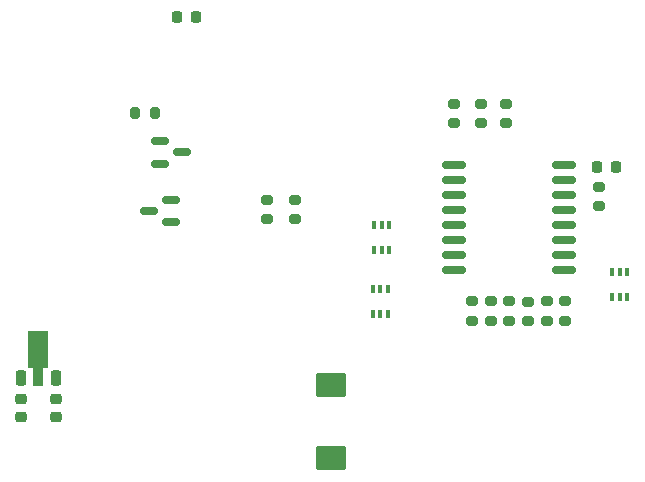
<source format=gbr>
%TF.GenerationSoftware,KiCad,Pcbnew,9.0.6*%
%TF.CreationDate,2025-12-26T20:18:53+00:00*%
%TF.ProjectId,PIDI-BOX-01-IO-6-CTRL74-A1,50494449-2d42-44f5-982d-30312d494f2d,rev?*%
%TF.SameCoordinates,Original*%
%TF.FileFunction,Paste,Top*%
%TF.FilePolarity,Positive*%
%FSLAX46Y46*%
G04 Gerber Fmt 4.6, Leading zero omitted, Abs format (unit mm)*
G04 Created by KiCad (PCBNEW 9.0.6) date 2025-12-26 20:18:53*
%MOMM*%
%LPD*%
G01*
G04 APERTURE LIST*
G04 Aperture macros list*
%AMRoundRect*
0 Rectangle with rounded corners*
0 $1 Rounding radius*
0 $2 $3 $4 $5 $6 $7 $8 $9 X,Y pos of 4 corners*
0 Add a 4 corners polygon primitive as box body*
4,1,4,$2,$3,$4,$5,$6,$7,$8,$9,$2,$3,0*
0 Add four circle primitives for the rounded corners*
1,1,$1+$1,$2,$3*
1,1,$1+$1,$4,$5*
1,1,$1+$1,$6,$7*
1,1,$1+$1,$8,$9*
0 Add four rect primitives between the rounded corners*
20,1,$1+$1,$2,$3,$4,$5,0*
20,1,$1+$1,$4,$5,$6,$7,0*
20,1,$1+$1,$6,$7,$8,$9,0*
20,1,$1+$1,$8,$9,$2,$3,0*%
%AMFreePoly0*
4,1,9,3.862500,-0.866500,0.737500,-0.866500,0.737500,-0.450000,-0.737500,-0.450000,-0.737500,0.450000,0.737500,0.450000,0.737500,0.866500,3.862500,0.866500,3.862500,-0.866500,3.862500,-0.866500,$1*%
G04 Aperture macros list end*
%ADD10RoundRect,0.200000X-0.275000X0.200000X-0.275000X-0.200000X0.275000X-0.200000X0.275000X0.200000X0*%
%ADD11RoundRect,0.200000X0.275000X-0.200000X0.275000X0.200000X-0.275000X0.200000X-0.275000X-0.200000X0*%
%ADD12RoundRect,0.150000X-0.587500X-0.150000X0.587500X-0.150000X0.587500X0.150000X-0.587500X0.150000X0*%
%ADD13RoundRect,0.150000X0.587500X0.150000X-0.587500X0.150000X-0.587500X-0.150000X0.587500X-0.150000X0*%
%ADD14RoundRect,0.225000X-0.225000X-0.250000X0.225000X-0.250000X0.225000X0.250000X-0.225000X0.250000X0*%
%ADD15RoundRect,0.225000X0.225000X-0.425000X0.225000X0.425000X-0.225000X0.425000X-0.225000X-0.425000X0*%
%ADD16FreePoly0,90.000000*%
%ADD17RoundRect,0.225000X-0.250000X0.225000X-0.250000X-0.225000X0.250000X-0.225000X0.250000X0.225000X0*%
%ADD18RoundRect,0.200000X-0.200000X-0.275000X0.200000X-0.275000X0.200000X0.275000X-0.200000X0.275000X0*%
%ADD19R,0.355600X0.787400*%
%ADD20RoundRect,0.218750X-0.218750X-0.256250X0.218750X-0.256250X0.218750X0.256250X-0.218750X0.256250X0*%
%ADD21RoundRect,0.250000X-1.045000X0.785000X-1.045000X-0.785000X1.045000X-0.785000X1.045000X0.785000X0*%
%ADD22RoundRect,0.150000X-0.875000X-0.150000X0.875000X-0.150000X0.875000X0.150000X-0.875000X0.150000X0*%
G04 APERTURE END LIST*
D10*
%TO.C,R12*%
X155905200Y-98946200D03*
X155905200Y-100596200D03*
%TD*%
D11*
%TO.C,R11*%
X151485600Y-110299000D03*
X151485600Y-108649000D03*
%TD*%
D10*
%TO.C,R1*%
X130149600Y-100038400D03*
X130149600Y-101688400D03*
%TD*%
%TO.C,R4*%
X145897600Y-91923600D03*
X145897600Y-93573600D03*
%TD*%
%TO.C,R2*%
X127800000Y-100025000D03*
X127800000Y-101675000D03*
%TD*%
D12*
%TO.C,U1*%
X118747300Y-95087400D03*
X118747300Y-96987400D03*
X120622300Y-96037400D03*
%TD*%
D13*
%TO.C,U2*%
X119687500Y-101950000D03*
X119687500Y-100050000D03*
X117812500Y-101000000D03*
%TD*%
D10*
%TO.C,R3*%
X143611600Y-91923600D03*
X143611600Y-93573600D03*
%TD*%
D14*
%TO.C,C1*%
X155790600Y-97231200D03*
X157340600Y-97231200D03*
%TD*%
D11*
%TO.C,R7*%
X148336000Y-110299000D03*
X148336000Y-108649000D03*
%TD*%
%TO.C,R10*%
X153060400Y-110299000D03*
X153060400Y-108649000D03*
%TD*%
D15*
%TO.C,IC1*%
X106958000Y-115132400D03*
D16*
X108458000Y-115044900D03*
D15*
X109958000Y-115132400D03*
%TD*%
D17*
%TO.C,C4*%
X106984800Y-116890800D03*
X106984800Y-118440800D03*
%TD*%
D11*
%TO.C,R9*%
X145186400Y-110299000D03*
X145186400Y-108649000D03*
%TD*%
D10*
%TO.C,R5*%
X148031200Y-91923600D03*
X148031200Y-93573600D03*
%TD*%
D18*
%TO.C,R13*%
X116675400Y-92710000D03*
X118325400Y-92710000D03*
%TD*%
D19*
%TO.C,IC4*%
X136764001Y-109728000D03*
X137414000Y-109728000D03*
X138063999Y-109728000D03*
X138063999Y-107594400D03*
X137414000Y-107594400D03*
X136764001Y-107594400D03*
%TD*%
%TO.C,IC3*%
X138165599Y-102158800D03*
X137515600Y-102158800D03*
X136865601Y-102158800D03*
X136865601Y-104292400D03*
X137515600Y-104292400D03*
X138165599Y-104292400D03*
%TD*%
D20*
%TO.C,D1*%
X120218100Y-84531200D03*
X121793100Y-84531200D03*
%TD*%
D11*
%TO.C,R6*%
X149910800Y-110311200D03*
X149910800Y-108661200D03*
%TD*%
D19*
%TO.C,IC5*%
X158333199Y-106121200D03*
X157683200Y-106121200D03*
X157033201Y-106121200D03*
X157033201Y-108254800D03*
X157683200Y-108254800D03*
X158333199Y-108254800D03*
%TD*%
D21*
%TO.C,C3*%
X133248400Y-115687500D03*
X133248400Y-121927500D03*
%TD*%
D22*
%TO.C,IC2*%
X143686000Y-97104200D03*
X143686000Y-98374200D03*
X143686000Y-99644200D03*
X143686000Y-100914200D03*
X143686000Y-102184200D03*
X143686000Y-103454200D03*
X143686000Y-104724200D03*
X143686000Y-105994200D03*
X152986000Y-105994200D03*
X152986000Y-104724200D03*
X152986000Y-103454200D03*
X152986000Y-102184200D03*
X152986000Y-100914200D03*
X152986000Y-99644200D03*
X152986000Y-98374200D03*
X152986000Y-97104200D03*
%TD*%
D17*
%TO.C,C2*%
X109982000Y-116877800D03*
X109982000Y-118427800D03*
%TD*%
D11*
%TO.C,R8*%
X146761200Y-110299000D03*
X146761200Y-108649000D03*
%TD*%
M02*

</source>
